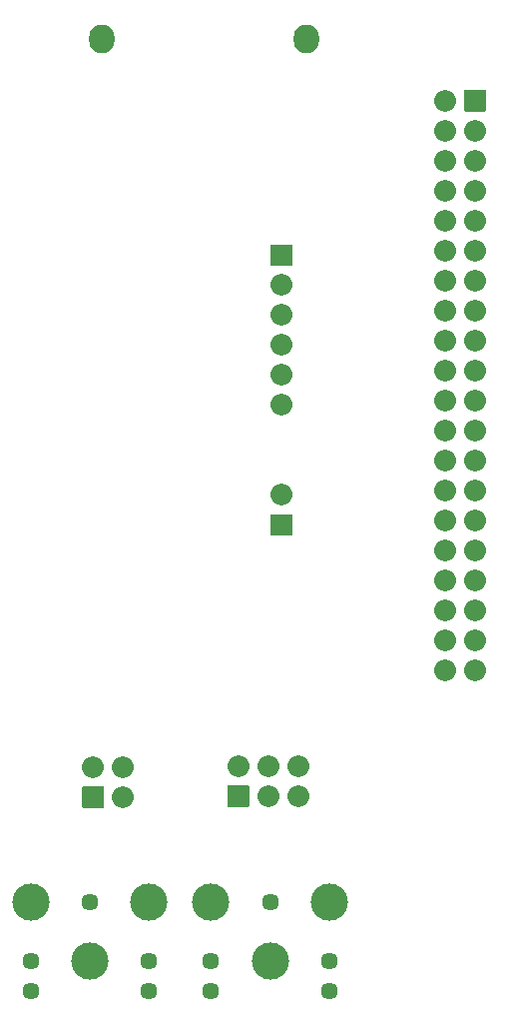
<source format=gbs>
G04 #@! TF.GenerationSoftware,KiCad,Pcbnew,(5.1.7)-1*
G04 #@! TF.CreationDate,2020-10-01T12:01:25-04:00*
G04 #@! TF.ProjectId,raspberry-pi-ir-hat,72617370-6265-4727-9279-2d70692d6972,rev?*
G04 #@! TF.SameCoordinates,Original*
G04 #@! TF.FileFunction,Soldermask,Bot*
G04 #@! TF.FilePolarity,Negative*
%FSLAX46Y46*%
G04 Gerber Fmt 4.6, Leading zero omitted, Abs format (unit mm)*
G04 Created by KiCad (PCBNEW (5.1.7)-1) date 2020-10-01 12:01:25*
%MOMM*%
%LPD*%
G01*
G04 APERTURE LIST*
%ADD10O,1.852400X1.852400*%
%ADD11O,2.152400X2.452400*%
%ADD12C,1.452400*%
%ADD13C,3.152400*%
G04 APERTURE END LIST*
D10*
G04 #@! TO.C,J7*
X143660000Y-133000000D03*
X146200000Y-133000000D03*
X143660000Y-130460000D03*
X146200000Y-130460000D03*
X143660000Y-127920000D03*
X146200000Y-127920000D03*
X143660000Y-125380000D03*
X146200000Y-125380000D03*
X143660000Y-122840000D03*
X146200000Y-122840000D03*
X143660000Y-120300000D03*
X146200000Y-120300000D03*
X143660000Y-117760000D03*
X146200000Y-117760000D03*
X143660000Y-115220000D03*
X146200000Y-115220000D03*
X143660000Y-112680000D03*
X146200000Y-112680000D03*
X143660000Y-110140000D03*
X146200000Y-110140000D03*
X143660000Y-107600000D03*
X146200000Y-107600000D03*
X143660000Y-105060000D03*
X146200000Y-105060000D03*
X143660000Y-102520000D03*
X146200000Y-102520000D03*
X143660000Y-99980000D03*
X146200000Y-99980000D03*
X143660000Y-97440000D03*
X146200000Y-97440000D03*
X143660000Y-94900000D03*
X146200000Y-94900000D03*
X143660000Y-92360000D03*
X146200000Y-92360000D03*
X143660000Y-89820000D03*
X146200000Y-89820000D03*
X143660000Y-87280000D03*
X146200000Y-87280000D03*
X143660000Y-84740000D03*
G36*
G01*
X145273800Y-85590000D02*
X145273800Y-83890000D01*
G75*
G02*
X145350000Y-83813800I76200J0D01*
G01*
X147050000Y-83813800D01*
G75*
G02*
X147126200Y-83890000I0J-76200D01*
G01*
X147126200Y-85590000D01*
G75*
G02*
X147050000Y-85666200I-76200J0D01*
G01*
X145350000Y-85666200D01*
G75*
G02*
X145273800Y-85590000I0J76200D01*
G01*
G37*
G04 #@! TD*
G04 #@! TO.C,J6*
X129760000Y-118160000D03*
G36*
G01*
X130686200Y-119850000D02*
X130686200Y-121550000D01*
G75*
G02*
X130610000Y-121626200I-76200J0D01*
G01*
X128910000Y-121626200D01*
G75*
G02*
X128833800Y-121550000I0J76200D01*
G01*
X128833800Y-119850000D01*
G75*
G02*
X128910000Y-119773800I76200J0D01*
G01*
X130610000Y-119773800D01*
G75*
G02*
X130686200Y-119850000I0J-76200D01*
G01*
G37*
G04 #@! TD*
D11*
G04 #@! TO.C,REF\u002A\u002A*
X131850000Y-79500000D03*
X114550000Y-79500000D03*
G04 #@! TD*
D12*
G04 #@! TO.C,J3*
X128800000Y-152700000D03*
X133800000Y-160200000D03*
X123800000Y-160200000D03*
X133800000Y-157700000D03*
X123800000Y-157700000D03*
D13*
X128800000Y-157700000D03*
X133800000Y-152700000D03*
X123800000Y-152700000D03*
G04 #@! TD*
D12*
G04 #@! TO.C,J2*
X113500000Y-152700000D03*
X118500000Y-160200000D03*
X108500000Y-160200000D03*
X118500000Y-157700000D03*
X108500000Y-157700000D03*
D13*
X113500000Y-157700000D03*
X118500000Y-152700000D03*
X108500000Y-152700000D03*
G04 #@! TD*
D10*
G04 #@! TO.C,J1*
X129760000Y-110540000D03*
X129760000Y-108000000D03*
X129760000Y-105460000D03*
X129760000Y-102920000D03*
X129760000Y-100380000D03*
G36*
G01*
X128833800Y-98690000D02*
X128833800Y-96990000D01*
G75*
G02*
X128910000Y-96913800I76200J0D01*
G01*
X130610000Y-96913800D01*
G75*
G02*
X130686200Y-96990000I0J-76200D01*
G01*
X130686200Y-98690000D01*
G75*
G02*
X130610000Y-98766200I-76200J0D01*
G01*
X128910000Y-98766200D01*
G75*
G02*
X128833800Y-98690000I0J76200D01*
G01*
G37*
G04 #@! TD*
G04 #@! TO.C,J4*
X131180000Y-141160000D03*
X131180000Y-143700000D03*
X128640000Y-141160000D03*
X128640000Y-143700000D03*
X126100000Y-141160000D03*
G36*
G01*
X126950000Y-144626200D02*
X125250000Y-144626200D01*
G75*
G02*
X125173800Y-144550000I0J76200D01*
G01*
X125173800Y-142850000D01*
G75*
G02*
X125250000Y-142773800I76200J0D01*
G01*
X126950000Y-142773800D01*
G75*
G02*
X127026200Y-142850000I0J-76200D01*
G01*
X127026200Y-144550000D01*
G75*
G02*
X126950000Y-144626200I-76200J0D01*
G01*
G37*
G04 #@! TD*
G04 #@! TO.C,J5*
X116340000Y-141260000D03*
X116340000Y-143800000D03*
X113800000Y-141260000D03*
G36*
G01*
X114650000Y-144726200D02*
X112950000Y-144726200D01*
G75*
G02*
X112873800Y-144650000I0J76200D01*
G01*
X112873800Y-142950000D01*
G75*
G02*
X112950000Y-142873800I76200J0D01*
G01*
X114650000Y-142873800D01*
G75*
G02*
X114726200Y-142950000I0J-76200D01*
G01*
X114726200Y-144650000D01*
G75*
G02*
X114650000Y-144726200I-76200J0D01*
G01*
G37*
G04 #@! TD*
M02*

</source>
